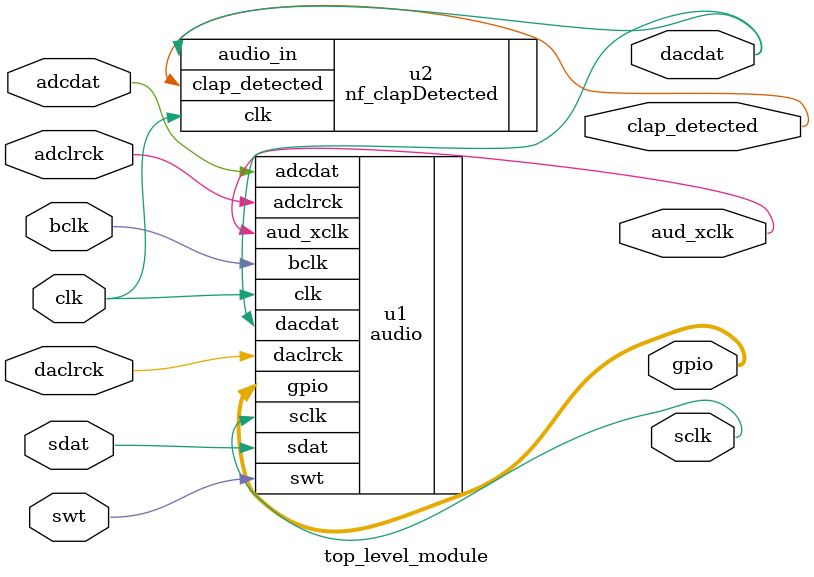
<source format=v>
module top_level_module(
aud_xclk,   // clock 12. MHz?
    bclk        , // bit stream clock
    adclrck , // left right clock ADC
    adcdat , // data stream ADC
    daclrck , // left right clock DAC
    dacdat , // data stream DAC
    sclk        , // serial clock I2C
    sdat        , // serail data I2C
    swt     ,
    clk     ,

    gpio,
    clap_detected
);

input adcdat;
input swt;
input clk;
input bclk;

input adclrck;
input daclrck;
inout sdat;

output aud_xclk;
output sclk;
output dacdat;
output[7:0] gpio;

output clap_detected;

// wire clap_detected;

audio u1( // generates the A-D audio signal
    .aud_xclk(aud_xclk), 
    .bclk(bclk) , 
    .adclrck(adclrck) , 
    .adcdat(adcdat) , 
    .daclrck(daclrck) , 
    .dacdat(dacdat) , // stream of data of audio
    .sclk(sclk)       ,
    .sdat(sdat)       , 
    .swt(swt)    ,
    .clk(clk)     ,
    .gpio(gpio)
);     

nf_clapDetected u2( // check if there was a clap detected
  .clk(clk),
  .audio_in(dacdat),
  .clap_detected(clap_detected)
);

endmodule

// there should be a final top level module connecting this top level module with the keyboard to approve/not approve the input.
</source>
